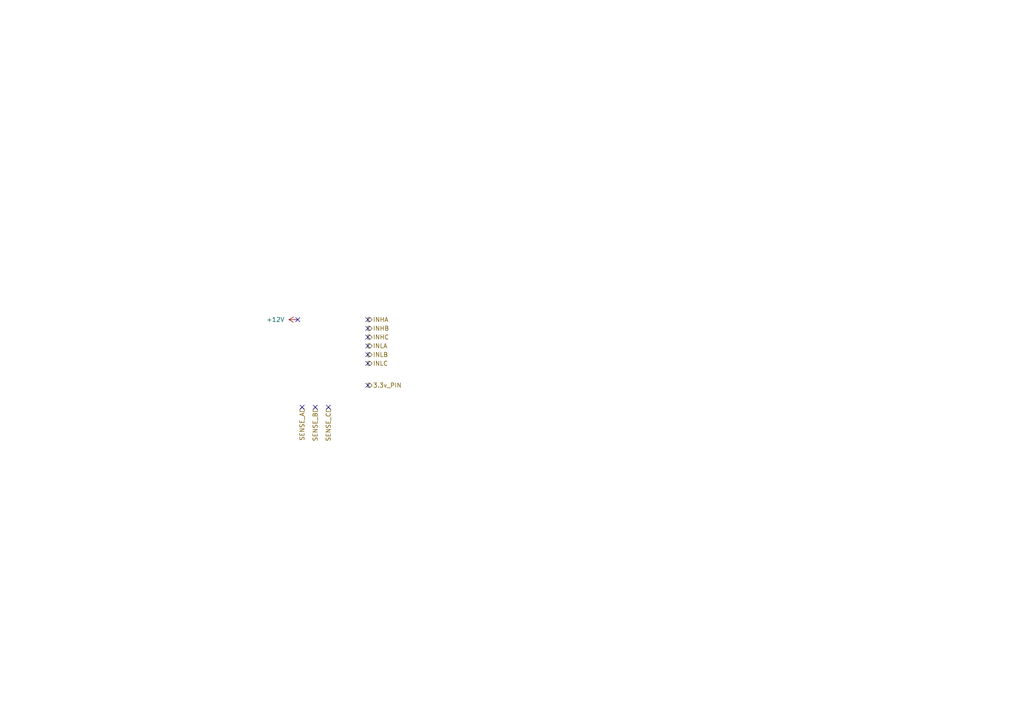
<source format=kicad_sch>
(kicad_sch (version 20250114) (generator "eeschema") (generator_version "9.0")
  (paper "A4")
  (lib_symbols
    (symbol "power:+12V" (power) (pin_numbers (hide yes)) (pin_names (offset 0) (hide yes))
      (property "Value" "+12V" (at 0 3.556 0))
      (symbol "+12V_0_1"
        (polyline (pts (xy -0.762 1.27) (xy 0 2.54)))
        (polyline (pts (xy 0 2.54) (xy 0.762 1.27)))
        (polyline (pts (xy 0 0) (xy 0 2.54)))
      )
      (symbol "+12V_1_1"
        (pin power_in line (at 0 0 90) (length 0) (name "~") (number "1"))
      )
    )
  )
  (no_connect (at 91.44 118.11))
  (no_connect (at 106.68 100.33))
  (no_connect (at 106.68 105.41))
  (no_connect (at 87.63 118.11))
  (no_connect (at 95.25 118.11))
  (no_connect (at 106.68 92.71))
  (no_connect (at 106.68 102.87))
  (no_connect (at 106.68 111.76))
  (no_connect (at 106.68 97.79))
  (no_connect (at 106.68 95.25))
  (no_connect (at 86.36 92.71))
  (hierarchical_label "INHC" (shape output) (at 106.68 97.79 0))
  (hierarchical_label "INLA" (shape output) (at 106.68 100.33 0))
  (hierarchical_label "INLB" (shape output) (at 106.68 102.87 0))
  (hierarchical_label "INHB" (shape output) (at 106.68 95.25 0))
  (hierarchical_label "INHA" (shape output) (at 106.68 92.71 0))
  (hierarchical_label "SENSE_A" (shape input) (at 87.63 118.11 270))
  (hierarchical_label "3.3v_PIN" (shape output) (at 106.68 111.76 0))
  (hierarchical_label "SENSE_B" (shape input) (at 91.44 118.11 270))
  (hierarchical_label "SENSE_C" (shape input) (at 95.25 118.11 270))
  (hierarchical_label "INLC" (shape output) (at 106.68 105.41 0))
  (symbol (lib_id "power:+12V") (at 86.36 92.71 90) (unit 1)
    (property "Reference" "#PWR015" (effects (hide yes)))
    (property "Value" "+12V" (at 82.55 92.7099 90) (effects (justify left)))
    (property "Description" "Power symbol creates a global label with name \"+12V\"" (effects (hide yes)))
  )
)
</source>
